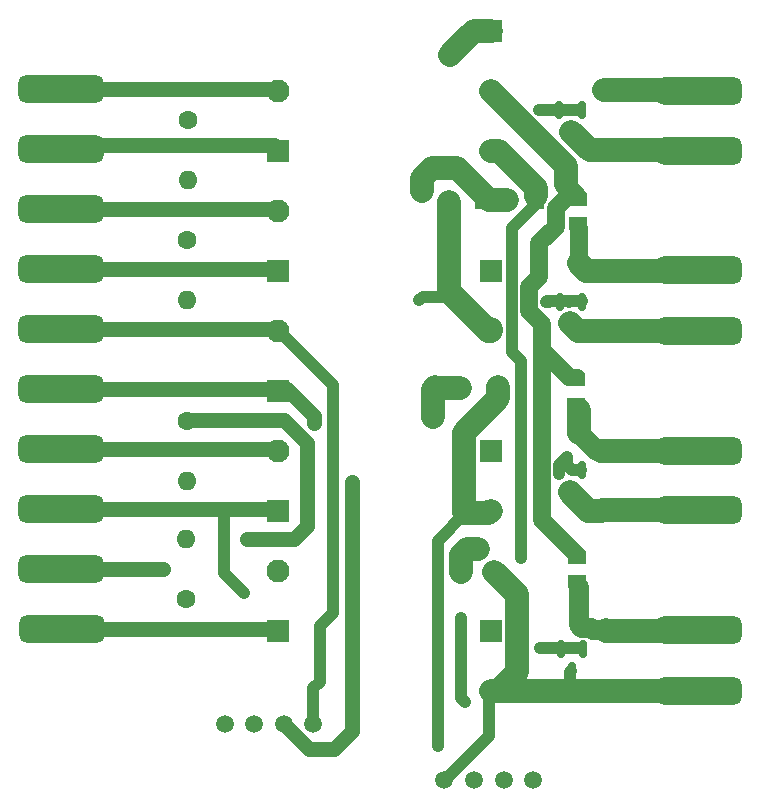
<source format=gbr>
%TF.GenerationSoftware,KiCad,Pcbnew,7.0.10*%
%TF.CreationDate,2024-07-22T21:05:32-04:00*%
%TF.ProjectId,12.X.1 - PLC Connector Combined,31322e58-2e31-4202-9d20-504c4320436f,rev?*%
%TF.SameCoordinates,Original*%
%TF.FileFunction,Copper,L1,Top*%
%TF.FilePolarity,Positive*%
%FSLAX46Y46*%
G04 Gerber Fmt 4.6, Leading zero omitted, Abs format (unit mm)*
G04 Created by KiCad (PCBNEW 7.0.10) date 2024-07-22 21:05:32*
%MOMM*%
%LPD*%
G01*
G04 APERTURE LIST*
G04 Aperture macros list*
%AMRoundRect*
0 Rectangle with rounded corners*
0 $1 Rounding radius*
0 $2 $3 $4 $5 $6 $7 $8 $9 X,Y pos of 4 corners*
0 Add a 4 corners polygon primitive as box body*
4,1,4,$2,$3,$4,$5,$6,$7,$8,$9,$2,$3,0*
0 Add four circle primitives for the rounded corners*
1,1,$1+$1,$2,$3*
1,1,$1+$1,$4,$5*
1,1,$1+$1,$6,$7*
1,1,$1+$1,$8,$9*
0 Add four rect primitives between the rounded corners*
20,1,$1+$1,$2,$3,$4,$5,0*
20,1,$1+$1,$4,$5,$6,$7,0*
20,1,$1+$1,$6,$7,$8,$9,0*
20,1,$1+$1,$8,$9,$2,$3,0*%
%AMFreePoly0*
4,1,19,0.750000,-0.750000,-0.200000,-0.750000,-0.200000,-0.744911,-0.221157,-0.744911,-0.357708,-0.704816,-0.477430,-0.627875,-0.570627,-0.520320,-0.629746,-0.390866,-0.650000,-0.250000,-0.650000,0.250000,-0.629746,0.390866,-0.570627,0.520320,-0.477430,0.627875,-0.357708,0.704816,-0.221157,0.744911,-0.200000,0.744911,-0.200000,0.750000,0.750000,0.750000,0.750000,-0.750000,0.750000,-0.750000,
$1*%
%AMFreePoly1*
4,1,19,0.200000,0.744911,0.221157,0.744911,0.357708,0.704816,0.477430,0.627875,0.570627,0.520320,0.629746,0.390866,0.650000,0.250000,0.650000,-0.250000,0.629746,-0.390866,0.570627,-0.520320,0.477430,-0.627875,0.357708,-0.704816,0.221157,-0.744911,0.200000,-0.744911,0.200000,-0.750000,-0.750000,-0.750000,-0.750000,0.750000,0.200000,0.750000,0.200000,0.744911,0.200000,0.744911,
$1*%
G04 Aperture macros list end*
%TA.AperFunction,ComponentPad*%
%ADD10R,1.950000X1.950000*%
%TD*%
%TA.AperFunction,ComponentPad*%
%ADD11C,1.950000*%
%TD*%
%TA.AperFunction,SMDPad,CuDef*%
%ADD12RoundRect,0.572500X-3.045750X-0.572500X3.045750X-0.572500X3.045750X0.572500X-3.045750X0.572500X0*%
%TD*%
%TA.AperFunction,SMDPad,CuDef*%
%ADD13RoundRect,0.250000X0.300000X0.300000X-0.300000X0.300000X-0.300000X-0.300000X0.300000X-0.300000X0*%
%TD*%
%TA.AperFunction,SMDPad,CuDef*%
%ADD14RoundRect,0.150000X-0.150000X0.587500X-0.150000X-0.587500X0.150000X-0.587500X0.150000X0.587500X0*%
%TD*%
%TA.AperFunction,SMDPad,CuDef*%
%ADD15FreePoly0,270.000000*%
%TD*%
%TA.AperFunction,SMDPad,CuDef*%
%ADD16FreePoly1,270.000000*%
%TD*%
%TA.AperFunction,ComponentPad*%
%ADD17O,1.600000X1.600000*%
%TD*%
%TA.AperFunction,ComponentPad*%
%ADD18C,1.600000*%
%TD*%
%TA.AperFunction,SMDPad,CuDef*%
%ADD19RoundRect,0.250000X-0.300000X-0.300000X0.300000X-0.300000X0.300000X0.300000X-0.300000X0.300000X0*%
%TD*%
%TA.AperFunction,ComponentPad*%
%ADD20C,1.498600*%
%TD*%
%TA.AperFunction,ViaPad*%
%ADD21C,0.800000*%
%TD*%
%TA.AperFunction,Conductor*%
%ADD22C,1.016000*%
%TD*%
%TA.AperFunction,Conductor*%
%ADD23C,1.999996*%
%TD*%
%TA.AperFunction,Conductor*%
%ADD24C,2.000000*%
%TD*%
%TA.AperFunction,Conductor*%
%ADD25C,1.473200*%
%TD*%
%TA.AperFunction,Conductor*%
%ADD26C,1.500000*%
%TD*%
%TA.AperFunction,Conductor*%
%ADD27C,1.270000*%
%TD*%
%TA.AperFunction,Conductor*%
%ADD28C,0.250000*%
%TD*%
%TA.AperFunction,Conductor*%
%ADD29C,1.651000*%
%TD*%
%TA.AperFunction,Conductor*%
%ADD30C,1.524000*%
%TD*%
G04 APERTURE END LIST*
D10*
%TO.P,J317,1,1*%
%TO.N,GNDPWR*%
X110670000Y-67250000D03*
D11*
%TO.P,J317,2,2*%
%TO.N,Net-(J303-Pin_1)*%
X110670000Y-72330000D03*
%TO.P,J317,3,3*%
%TO.N,Net-(J304-Pin_1)*%
X110670000Y-77410000D03*
%TD*%
D12*
%TO.P,J316,1,Pin_1*%
%TO.N,Net-(J314-Pin_1)*%
X128326500Y-107870000D03*
%TD*%
%TO.P,J308,1,Pin_1*%
%TO.N,Net-(J302-Pin_1)*%
X128318250Y-123125000D03*
%TD*%
D13*
%TO.P,D304,1*%
%TO.N,Net-(J304-Pin_1)*%
X114650000Y-81820000D03*
%TO.P,D304,2*%
%TO.N,GNDPWR*%
X111850000Y-81820000D03*
%TD*%
D12*
%TO.P,J210,1,Pin_1*%
%TO.N,Net-(J210-Pin_1)*%
X74278250Y-72187224D03*
%TD*%
%TO.P,J209,1,Pin_1*%
%TO.N,M*%
X74278250Y-77245000D03*
%TD*%
D13*
%TO.P,D303,1*%
%TO.N,Net-(J302-Pin_1)*%
X110870000Y-113240000D03*
%TO.P,D303,2*%
%TO.N,GNDPWR*%
X108070000Y-113240000D03*
%TD*%
D14*
%TO.P,D306,1*%
%TO.N,GNDPWR*%
X118368250Y-104437500D03*
%TO.P,D306,2*%
X116468250Y-104437500D03*
%TO.P,D306,3*%
%TO.N,Net-(J314-Pin_1)*%
X117418250Y-106312500D03*
%TD*%
D12*
%TO.P,J307,1,Pin_1*%
%TO.N,Net-(J301-Pin_1)*%
X128318250Y-118035000D03*
%TD*%
%TO.P,J206,1,Pin_1*%
%TO.N,Net-(J206-Pin_1)*%
X74308250Y-92488334D03*
%TD*%
%TO.P,J311,1,Pin_1*%
%TO.N,Net-(J305-Pin_1)*%
X128308250Y-87555000D03*
%TD*%
D15*
%TO.P,JP303,1,A*%
%TO.N,Net-(J303-Pin_1)*%
X117948250Y-111635000D03*
D16*
%TO.P,JP303,2,B*%
%TO.N,Net-(J301-Pin_1)*%
X117948250Y-114135000D03*
%TD*%
D13*
%TO.P,D302,1*%
%TO.N,Net-(J314-Pin_1)*%
X110870000Y-97520000D03*
%TO.P,D302,2*%
%TO.N,GNDPWR*%
X108070000Y-97520000D03*
%TD*%
D12*
%TO.P,J202,1,Pin_1*%
%TO.N,Net-(J202-Pin_1)*%
X74298250Y-112799446D03*
%TD*%
D15*
%TO.P,JP302,1,A*%
%TO.N,Net-(J303-Pin_1)*%
X117868250Y-96595000D03*
D16*
%TO.P,JP302,2,B*%
%TO.N,Net-(J313-Pin_1)*%
X117868250Y-99095000D03*
%TD*%
D17*
%TO.P,R204,2*%
%TO.N,Net-(J208-Pin_1)*%
X85008250Y-79862224D03*
D18*
%TO.P,R204,1*%
%TO.N,M*%
X85008250Y-74782224D03*
%TD*%
D11*
%TO.P,J222,2,2*%
%TO.N,Net-(J206-Pin_1)*%
X92640000Y-92660000D03*
D10*
%TO.P,J222,1,1*%
%TO.N,Net-(J205-Pin_1)*%
X92640000Y-97740000D03*
%TD*%
D12*
%TO.P,J203,1,Pin_1*%
%TO.N,Net-(J203-Pin_1)*%
X74308250Y-107721668D03*
%TD*%
D17*
%TO.P,R202,2*%
%TO.N,Net-(J202-Pin_1)*%
X84918250Y-105377224D03*
D18*
%TO.P,R202,1*%
%TO.N,M*%
X84918250Y-100297224D03*
%TD*%
D12*
%TO.P,J208,1,Pin_1*%
%TO.N,Net-(J208-Pin_1)*%
X74298250Y-82342778D03*
%TD*%
D11*
%TO.P,J224,2,2*%
%TO.N,Net-(J202-Pin_1)*%
X92640000Y-112980000D03*
D10*
%TO.P,J224,1,1*%
%TO.N,Net-(J201-Pin_1)*%
X92640000Y-118060000D03*
%TD*%
%TO.P,J320,1,1*%
%TO.N,Net-(J313-Pin_1)*%
X110670000Y-102810000D03*
D11*
%TO.P,J320,2,2*%
%TO.N,Net-(J314-Pin_1)*%
X110670000Y-107890000D03*
%TD*%
D14*
%TO.P,D305,1*%
%TO.N,GNDPWR*%
X118508250Y-119627500D03*
%TO.P,D305,2*%
X116608250Y-119627500D03*
%TO.P,D305,3*%
%TO.N,Net-(J302-Pin_1)*%
X117558250Y-121502500D03*
%TD*%
D19*
%TO.P,D301,1*%
%TO.N,Net-(J306-Pin_1)*%
X107020000Y-81830000D03*
%TO.P,D301,2*%
%TO.N,GNDPWR*%
X109820000Y-81830000D03*
%TD*%
D17*
%TO.P,R201,2*%
%TO.N,M*%
X84878250Y-110312224D03*
D18*
%TO.P,R201,1*%
%TO.N,Net-(J201-Pin_1)*%
X84878250Y-115392224D03*
%TD*%
D20*
%TO.P,J226,4,4*%
%TO.N,Net-(J203-Pin_1)*%
X88160000Y-125970000D03*
%TO.P,J226,3,3*%
%TO.N,Net-(J204-Pin_1)*%
X90660000Y-125970000D03*
%TO.P,J226,2,2*%
%TO.N,Net-(J205-Pin_1)*%
X93160000Y-125970000D03*
%TO.P,J226,1,1*%
%TO.N,Net-(J206-Pin_1)*%
X95660000Y-125970000D03*
%TD*%
D12*
%TO.P,J201,1,Pin_1*%
%TO.N,Net-(J201-Pin_1)*%
X74370000Y-117920000D03*
%TD*%
%TO.P,J312,1,Pin_1*%
%TO.N,Net-(J306-Pin_1)*%
X128328250Y-92645000D03*
%TD*%
D14*
%TO.P,D308,1*%
%TO.N,GNDPWR*%
X118408250Y-90227500D03*
%TO.P,D308,2*%
X116508250Y-90227500D03*
%TO.P,D308,3*%
%TO.N,Net-(J306-Pin_1)*%
X117458250Y-92102500D03*
%TD*%
D10*
%TO.P,J318,1,1*%
%TO.N,Net-(J305-Pin_1)*%
X110670000Y-87570000D03*
D11*
%TO.P,J318,2,2*%
%TO.N,Net-(J306-Pin_1)*%
X110670000Y-92650000D03*
%TD*%
D12*
%TO.P,J315,1,Pin_1*%
%TO.N,Net-(J313-Pin_1)*%
X128328250Y-102815000D03*
%TD*%
D17*
%TO.P,R203,2*%
%TO.N,M*%
X84918250Y-90082224D03*
D18*
%TO.P,R203,1*%
%TO.N,Net-(J207-Pin_1)*%
X84918250Y-85002224D03*
%TD*%
D12*
%TO.P,J204,1,Pin_1*%
%TO.N,Net-(J204-Pin_1)*%
X74298250Y-102653890D03*
%TD*%
%TO.P,J207,1,Pin_1*%
%TO.N,Net-(J207-Pin_1)*%
X74308250Y-87400556D03*
%TD*%
%TO.P,J205,1,Pin_1*%
%TO.N,Net-(J205-Pin_1)*%
X74280000Y-97590000D03*
%TD*%
D11*
%TO.P,J221,2,2*%
%TO.N,Net-(J204-Pin_1)*%
X92640000Y-102820000D03*
D10*
%TO.P,J221,1,1*%
%TO.N,Net-(J203-Pin_1)*%
X92640000Y-107900000D03*
%TD*%
D15*
%TO.P,JP301,1,A*%
%TO.N,Net-(J303-Pin_1)*%
X118058250Y-81315000D03*
D16*
%TO.P,JP301,2,B*%
%TO.N,Net-(J305-Pin_1)*%
X118058250Y-83815000D03*
%TD*%
D11*
%TO.P,J223,2,2*%
%TO.N,Net-(J210-Pin_1)*%
X92640000Y-72340000D03*
D10*
%TO.P,J223,1,1*%
%TO.N,M*%
X92640000Y-77420000D03*
%TD*%
D12*
%TO.P,J310,1,Pin_1*%
%TO.N,Net-(J304-Pin_1)*%
X128298250Y-77405000D03*
%TD*%
D11*
%TO.P,J225,2,2*%
%TO.N,Net-(J208-Pin_1)*%
X92640000Y-82500000D03*
D10*
%TO.P,J225,1,1*%
%TO.N,Net-(J207-Pin_1)*%
X92640000Y-87580000D03*
%TD*%
D12*
%TO.P,J309,1,Pin_1*%
%TO.N,Net-(J303-Pin_1)*%
X128298250Y-72325000D03*
%TD*%
D10*
%TO.P,J319,1,1*%
%TO.N,Net-(J301-Pin_1)*%
X110670000Y-118050000D03*
D11*
%TO.P,J319,2,2*%
%TO.N,Net-(J302-Pin_1)*%
X110670000Y-123130000D03*
%TD*%
D14*
%TO.P,D307,1*%
%TO.N,GNDPWR*%
X118368250Y-73997500D03*
%TO.P,D307,2*%
X116468250Y-73997500D03*
%TO.P,D307,3*%
%TO.N,Net-(J304-Pin_1)*%
X117418250Y-75872500D03*
%TD*%
D20*
%TO.P,J321,1,1*%
%TO.N,Net-(J304-Pin_1)*%
X114260000Y-130690000D03*
%TO.P,J321,2,2*%
%TO.N,Net-(J306-Pin_1)*%
X111760000Y-130690000D03*
%TO.P,J321,3,3*%
%TO.N,Net-(J314-Pin_1)*%
X109260000Y-130690000D03*
%TO.P,J321,4,4*%
%TO.N,Net-(J302-Pin_1)*%
X106760000Y-130690000D03*
%TD*%
D21*
%TO.N,Net-(J306-Pin_1)*%
X120134251Y-92670999D03*
X121294251Y-92670999D03*
X122474251Y-92670999D03*
X104622385Y-90059133D03*
%TO.N,GNDPWR*%
X115011251Y-73957999D03*
X117551241Y-104450499D03*
X117344251Y-119560999D03*
X105782385Y-99929133D03*
X108106625Y-68416625D03*
X105867251Y-78910999D03*
X107241626Y-69281624D03*
X117344251Y-73990999D03*
X104978251Y-79672999D03*
X108382385Y-111422999D03*
X105992385Y-97452999D03*
X117134251Y-103390999D03*
X109632385Y-111179133D03*
X115646251Y-90213999D03*
X104851251Y-80815999D03*
X115392251Y-119550999D03*
X117297251Y-90213999D03*
%TO.N,Net-(J314-Pin_1)*%
X120034251Y-107891092D03*
X106202435Y-127849083D03*
X122754251Y-107840999D03*
X121334251Y-107870999D03*
%TO.N,Net-(J302-Pin_1)*%
X121870473Y-123124777D03*
X123300474Y-123124776D03*
X120148026Y-123124774D03*
%TO.N,Net-(J304-Pin_1)*%
X113250032Y-111914250D03*
X121454251Y-77400999D03*
X108153251Y-117010999D03*
X122764251Y-77380999D03*
X108528053Y-124116801D03*
X120234251Y-77391838D03*
%TO.N,Net-(J201-Pin_1)*%
X79471250Y-117874224D03*
X80868250Y-117874224D03*
X82265250Y-117874224D03*
%TO.N,Net-(J202-Pin_1)*%
X79471250Y-112794224D03*
X80868250Y-112794224D03*
X82392250Y-112794224D03*
%TO.N,Net-(J203-Pin_1)*%
X79471250Y-107714224D03*
X89758150Y-114826224D03*
X81249250Y-107714224D03*
X82773250Y-107714224D03*
%TO.N,Net-(J204-Pin_1)*%
X81249250Y-102634224D03*
X79598250Y-102634224D03*
X82773250Y-102634224D03*
%TO.N,Net-(J205-Pin_1)*%
X95679002Y-100444402D03*
X79852250Y-97554224D03*
X81503250Y-97554224D03*
X98902250Y-105440000D03*
X83027250Y-97554224D03*
%TO.N,Net-(J206-Pin_1)*%
X83281250Y-92474224D03*
X79852250Y-92474224D03*
X81630248Y-92474224D03*
%TO.N,Net-(J207-Pin_1)*%
X83027250Y-87394224D03*
X81376250Y-87394224D03*
X79852250Y-87394224D03*
%TO.N,Net-(J208-Pin_1)*%
X81503250Y-82314224D03*
X79725250Y-82314224D03*
X83281250Y-82314224D03*
%TO.N,M*%
X82773250Y-76980224D03*
X79344250Y-76980224D03*
X90012252Y-110254224D03*
X91282250Y-100221224D03*
X92425250Y-100221224D03*
X80995250Y-76980224D03*
X91028250Y-110254224D03*
%TO.N,Net-(J301-Pin_1)*%
X121667834Y-118059051D03*
X120434251Y-118040935D03*
X123002549Y-118042573D03*
%TO.N,Net-(J303-Pin_1)*%
X120264251Y-72280999D03*
X122864251Y-72310999D03*
X121454251Y-72310999D03*
%TO.N,Net-(J305-Pin_1)*%
X120234251Y-87570999D03*
X122644251Y-87560999D03*
X121404251Y-87540999D03*
%TO.N,Net-(J313-Pin_1)*%
X120034251Y-102870999D03*
X122904251Y-102850999D03*
X121474251Y-102870999D03*
%TD*%
D22*
%TO.N,Net-(J314-Pin_1)*%
X106192385Y-127839033D02*
X106202435Y-127849083D01*
X108534251Y-108120999D02*
X106192385Y-110462865D01*
X106192385Y-110462865D02*
X106192385Y-127839033D01*
%TO.N,Net-(J306-Pin_1)*%
X107847384Y-89779133D02*
X104902385Y-89779133D01*
X110638252Y-92570001D02*
X107847384Y-89779133D01*
X104902385Y-89779133D02*
X104622385Y-90059133D01*
D23*
%TO.N,GNDPWR*%
X108626251Y-111179133D02*
X109632385Y-111179133D01*
X108150251Y-111655133D02*
X108626251Y-111179133D01*
X108150251Y-113073999D02*
X108150251Y-111655133D01*
D24*
X105782385Y-97662999D02*
X105782385Y-99929133D01*
X105992385Y-97452999D02*
X105782385Y-97662999D01*
X108070000Y-97520000D02*
X106059386Y-97520000D01*
X106059386Y-97520000D02*
X105992385Y-97452999D01*
D22*
%TO.N,Net-(J304-Pin_1)*%
X113250032Y-95200032D02*
X113250032Y-111914250D01*
X112471251Y-94421251D02*
X113250032Y-95200032D01*
X112471251Y-83993999D02*
X112471251Y-94421251D01*
X114887251Y-81577999D02*
X112471251Y-83993999D01*
D24*
%TO.N,Net-(J303-Pin_1)*%
X110670000Y-72330000D02*
X117030000Y-78690000D01*
D25*
X118058250Y-81225243D02*
X117030000Y-80196993D01*
D24*
X117030000Y-78690000D02*
X117030000Y-80196993D01*
D25*
X118058250Y-81315000D02*
X118058250Y-81225243D01*
D26*
X117121993Y-81315000D02*
X118058250Y-81315000D01*
X116184251Y-82252742D02*
X117121993Y-81315000D01*
X116184251Y-83855749D02*
X116184251Y-82252742D01*
X114788000Y-85252000D02*
X116184251Y-83855749D01*
X114788000Y-87853923D02*
X114788000Y-85252000D01*
X114780000Y-87861923D02*
X114788000Y-87853923D01*
X114780000Y-88111923D02*
X114780000Y-87861923D01*
X113929251Y-88962672D02*
X114780000Y-88111923D01*
X114997251Y-92075075D02*
X113929251Y-91007075D01*
X114997251Y-108683999D02*
X114997251Y-92075075D01*
X117948250Y-111635000D02*
X114997251Y-108683999D01*
X113929251Y-91007075D02*
X113929251Y-88962672D01*
X117332251Y-96570999D02*
X115392251Y-94630999D01*
D25*
%TO.N,Net-(J313-Pin_1)*%
X118134251Y-99361001D02*
X117868250Y-99095000D01*
D24*
X118134251Y-101344293D02*
X118134251Y-99361001D01*
D22*
%TO.N,Net-(J304-Pin_1)*%
X108528053Y-124116801D02*
X108153251Y-123741999D01*
X108153251Y-123741999D02*
X108153251Y-117010999D01*
D24*
%TO.N,Net-(J306-Pin_1)*%
X107102616Y-89317364D02*
X110435252Y-92650000D01*
X110435252Y-92650000D02*
X110670000Y-92650000D01*
X128334251Y-92670999D02*
X120134251Y-92670999D01*
X118054751Y-92670999D02*
X117424251Y-92040499D01*
X120134251Y-92670999D02*
X118054751Y-92670999D01*
X110699583Y-92508670D02*
X110638252Y-92570001D01*
X107102616Y-81733634D02*
X107102616Y-89317364D01*
D22*
%TO.N,GNDPWR*%
X116455251Y-104069999D02*
X116455251Y-104755604D01*
D24*
X105740251Y-78910999D02*
X104978251Y-79672999D01*
D22*
X117551241Y-104450499D02*
X117134251Y-104033509D01*
X118313251Y-119550999D02*
X117424251Y-119550999D01*
X115392251Y-119550999D02*
X114884251Y-119550999D01*
X115011251Y-73957999D02*
X114993751Y-73975499D01*
D24*
X104851251Y-79799999D02*
X104851251Y-80815999D01*
D22*
X118440251Y-90165499D02*
X117345751Y-90165499D01*
X116413251Y-119550999D02*
X115392251Y-119550999D01*
X117134251Y-104033509D02*
X117134251Y-103390999D01*
D24*
X107850999Y-78910999D02*
X105867251Y-78910999D01*
D22*
X117248751Y-90165499D02*
X116474251Y-90165499D01*
X118325751Y-104450499D02*
X117551241Y-104450499D01*
X114774751Y-73975499D02*
X114757251Y-73957999D01*
D24*
X108915251Y-67607999D02*
X109273250Y-67250000D01*
D22*
X115646251Y-90213999D02*
X115597751Y-90165499D01*
D24*
X112087251Y-81577999D02*
X110517999Y-81577999D01*
D22*
X117152751Y-73975499D02*
X116171751Y-73975499D01*
X116474251Y-90165499D02*
X115694751Y-90165499D01*
X117187751Y-73975499D02*
X117170251Y-73957999D01*
X115028751Y-73975499D02*
X115011251Y-73957999D01*
D24*
X110517999Y-81577999D02*
X107850999Y-78910999D01*
X105867251Y-78910999D02*
X105740251Y-78910999D01*
D22*
X117297251Y-90213999D02*
X117248751Y-90165499D01*
X115597751Y-90165499D02*
X115440751Y-90165499D01*
X117170251Y-73957999D02*
X117152751Y-73975499D01*
X117134251Y-103390999D02*
X116455251Y-104069999D01*
D24*
X109273250Y-67250000D02*
X110670000Y-67250000D01*
D22*
X115694751Y-90165499D02*
X115646251Y-90213999D01*
D24*
X104978251Y-79672999D02*
X104851251Y-79799999D01*
D22*
X118071751Y-73975499D02*
X117187751Y-73975499D01*
X117424251Y-119550999D02*
X116413251Y-119550999D01*
D24*
X108788251Y-67734999D02*
X107241626Y-69281624D01*
D22*
X114993751Y-73975499D02*
X114774751Y-73975499D01*
X117345751Y-90165499D02*
X117297251Y-90213999D01*
X115440751Y-90165499D02*
X115392251Y-90213999D01*
X116171751Y-73975499D02*
X115028751Y-73975499D01*
D24*
%TO.N,Net-(J314-Pin_1)*%
X118941344Y-107891092D02*
X117375751Y-106325499D01*
X128334251Y-107870999D02*
X120054344Y-107870999D01*
X108534251Y-108120999D02*
X108391251Y-107977999D01*
X110670000Y-107890000D02*
X110439001Y-108120999D01*
X108391251Y-107977999D02*
X108391251Y-101318749D01*
X120034251Y-107891092D02*
X118941344Y-107891092D01*
X108391251Y-101318749D02*
X111331251Y-98378749D01*
X110439001Y-108120999D02*
X108534251Y-108120999D01*
X120054344Y-107870999D02*
X120034251Y-107891092D01*
X111331251Y-98378749D02*
X111331251Y-97452999D01*
%TO.N,Net-(J302-Pin_1)*%
X112868251Y-114991999D02*
X110950251Y-113073999D01*
X123300480Y-123124770D02*
X123300474Y-123124776D01*
D22*
X117363251Y-121530281D02*
X117363251Y-123285999D01*
D24*
X120148022Y-123124770D02*
X111243812Y-123124770D01*
X121870473Y-123124777D02*
X120148029Y-123124777D01*
X123300473Y-123124777D02*
X123300474Y-123124776D01*
D22*
X117462882Y-121430650D02*
X117363251Y-121530281D01*
D24*
X120148029Y-123124777D02*
X120148026Y-123124774D01*
X112868251Y-121532999D02*
X112868251Y-114991999D01*
X111271250Y-123130000D02*
X112868251Y-121532999D01*
X128308691Y-123124770D02*
X123300480Y-123124770D01*
D22*
X106667351Y-130853999D02*
X110566251Y-126955099D01*
D24*
X110670000Y-123130000D02*
X111271250Y-123130000D01*
D22*
X110566251Y-126955099D02*
X110566251Y-123868999D01*
D24*
X121870473Y-123124777D02*
X123300473Y-123124777D01*
%TO.N,Net-(J304-Pin_1)*%
X117490251Y-75832999D02*
X119049090Y-77391838D01*
X110670000Y-77410000D02*
X111384586Y-77410000D01*
X114528088Y-80553502D02*
X114528088Y-81218836D01*
X119049090Y-77391838D02*
X120234251Y-77391838D01*
X120255090Y-77370999D02*
X120234251Y-77391838D01*
X111384586Y-77410000D02*
X114528088Y-80553502D01*
X128234251Y-77370999D02*
X120255090Y-77370999D01*
D27*
%TO.N,Net-(J201-Pin_1)*%
X92298250Y-117874224D02*
X74292163Y-117874224D01*
X74292163Y-117874224D02*
X74290616Y-117875771D01*
X92425250Y-117747224D02*
X92298250Y-117874224D01*
%TO.N,Net-(J202-Pin_1)*%
X82900250Y-112794224D02*
X74282641Y-112794224D01*
X74282641Y-112794224D02*
X74273772Y-112803093D01*
D22*
%TO.N,Net-(J203-Pin_1)*%
X88107250Y-113175324D02*
X89758150Y-114826224D01*
D27*
X92425250Y-107587224D02*
X92298250Y-107714224D01*
X74287595Y-107731527D02*
X74295588Y-107739520D01*
X74304898Y-107714224D02*
X74287595Y-107731527D01*
X74295588Y-107739520D02*
X79090250Y-107739520D01*
D22*
X88107250Y-107714224D02*
X88107250Y-113175324D01*
D27*
X92298250Y-107714224D02*
X88107250Y-107714224D01*
X88107250Y-107714224D02*
X74304898Y-107714224D01*
%TO.N,Net-(J204-Pin_1)*%
X92425250Y-102507224D02*
X92298250Y-102634224D01*
X92298250Y-102634224D02*
X74288698Y-102634224D01*
X74288698Y-102634224D02*
X74270525Y-102652397D01*
%TO.N,Net-(J205-Pin_1)*%
X95679002Y-99869002D02*
X95679002Y-100444402D01*
X74208250Y-97576109D02*
X93386109Y-97576109D01*
X95280000Y-128090000D02*
X97390000Y-128090000D01*
X98902250Y-126577750D02*
X98902250Y-105440000D01*
X93160000Y-125970000D02*
X95280000Y-128090000D01*
X97390000Y-128090000D02*
X98902250Y-126577750D01*
X93386109Y-97576109D02*
X95679002Y-99869002D01*
%TO.N,Net-(J206-Pin_1)*%
X74259168Y-92494687D02*
X79090250Y-92494687D01*
D22*
X96188250Y-122371750D02*
X96188250Y-117667224D01*
D27*
X92425250Y-92347224D02*
X92298250Y-92474224D01*
D22*
X96188250Y-117667224D02*
X97324258Y-116531216D01*
D27*
X92298250Y-92474224D02*
X74279353Y-92474224D01*
X74259029Y-92494548D02*
X74259168Y-92494687D01*
D22*
X95620000Y-122940000D02*
X96188250Y-122371750D01*
X97324258Y-97246232D02*
X92425250Y-92347224D01*
X95620000Y-125930000D02*
X95620000Y-122940000D01*
X95660000Y-125970000D02*
X95620000Y-125930000D01*
X97324258Y-116531216D02*
X97324258Y-97246232D01*
D27*
X74279353Y-92474224D02*
X74259029Y-92494548D01*
%TO.N,Net-(J207-Pin_1)*%
X92425250Y-87267224D02*
X92298250Y-87394224D01*
X92298250Y-87394224D02*
X74277496Y-87394224D01*
X74277496Y-87394224D02*
X74272933Y-87398787D01*
%TO.N,Net-(J208-Pin_1)*%
X92298250Y-82314224D02*
X74322732Y-82314224D01*
X92425250Y-82187224D02*
X92298250Y-82314224D01*
X74322732Y-82314224D02*
X74290929Y-82346027D01*
%TO.N,M*%
X94031250Y-110254224D02*
X90012252Y-110254224D01*
X93144211Y-100221224D02*
X95110000Y-102187013D01*
X95110000Y-109175474D02*
X94031250Y-110254224D01*
X74595318Y-76970000D02*
X74313791Y-77251527D01*
D28*
X79088577Y-77251527D02*
X74313791Y-77251527D01*
X79105880Y-77234224D02*
X79088577Y-77251527D01*
D27*
X84805250Y-100221224D02*
X93144211Y-100221224D01*
X92288026Y-76970000D02*
X74595318Y-76970000D01*
X92425250Y-77107224D02*
X92288026Y-76970000D01*
X95110000Y-102187013D02*
X95110000Y-109175474D01*
%TO.N,Net-(J210-Pin_1)*%
X74268986Y-72175201D02*
X92500273Y-72175201D01*
D24*
%TO.N,Net-(J301-Pin_1)*%
X120437816Y-118044500D02*
X120434251Y-118040935D01*
D29*
X119314814Y-118030000D02*
X119149314Y-117864500D01*
X120434251Y-118040935D02*
X120423316Y-118030000D01*
X119149314Y-117864500D02*
X118424500Y-117864500D01*
X120423316Y-118030000D02*
X119314814Y-118030000D01*
X118134251Y-117574251D02*
X118134251Y-114320999D01*
D24*
X128300163Y-118044500D02*
X120437816Y-118044500D01*
D29*
X118424500Y-117864500D02*
X118134251Y-117574251D01*
D24*
%TO.N,Net-(J303-Pin_1)*%
X120277740Y-72294488D02*
X120264251Y-72280999D01*
X128342370Y-72294488D02*
X120277740Y-72294488D01*
X120264251Y-72280999D02*
X120250762Y-72294488D01*
D30*
%TO.N,Net-(J305-Pin_1)*%
X118134251Y-86944251D02*
X118134251Y-83920999D01*
D24*
X118760999Y-87570999D02*
X118134251Y-86944251D01*
X120234251Y-87570999D02*
X118760999Y-87570999D01*
X128134251Y-87570999D02*
X120234251Y-87570999D01*
D29*
%TO.N,Net-(J313-Pin_1)*%
X119660957Y-102870999D02*
X118134251Y-101344293D01*
D24*
X128334251Y-102870999D02*
X120034251Y-102870999D01*
%TD*%
M02*

</source>
